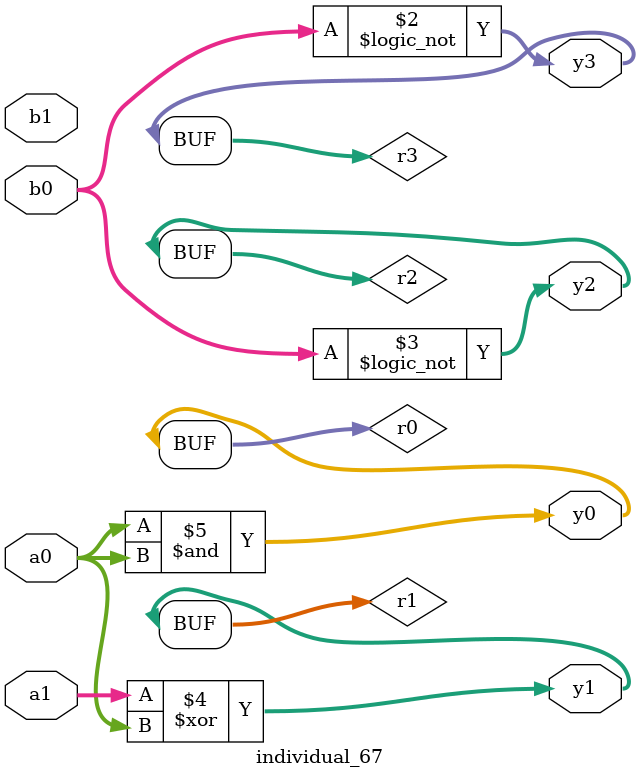
<source format=sv>
module individual_67(input logic [15:0] a1, input logic [15:0] a0, input logic [15:0] b1, input logic [15:0] b0, output logic [15:0] y3, output logic [15:0] y2, output logic [15:0] y1, output logic [15:0] y0);
logic [15:0] r0, r1, r2, r3; 
 always@(*) begin 
	 r0 = a0; r1 = a1; r2 = b0; r3 = b1; 
 	 r3 = ! b0 ;
 	 r2 = ! r2 ;
 	 r1  ^=  r0 ;
 	 r0  &=  r0 ;
 	 y3 = r3; y2 = r2; y1 = r1; y0 = r0; 
end
endmodule
</source>
